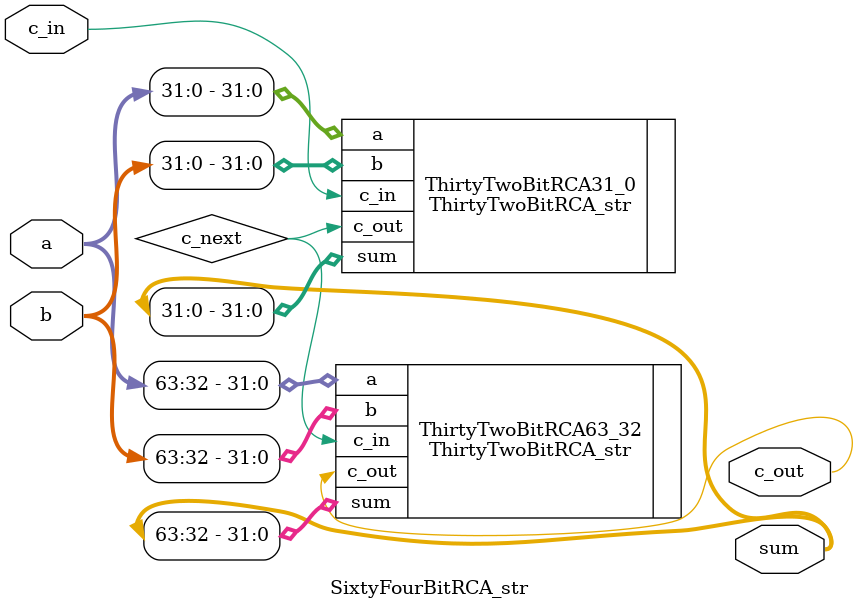
<source format=v>
`timescale 1ns / 1ps


module SixtyFourBitRCA_str(
    output c_out,
    output [63:0] sum,
    input [63:0] a,
    input [63:0] b,
    input c_in
    );
        
    wire c_next;            // the carry out of the 32-bit adder that sums bits 31-0 of a and b
    
    ThirtyTwoBitRCA_str      ThirtyTwoBitRCA31_0        (.c_out(c_next), .sum(sum[31:0]), .a(a[31:0]), .b(b[31:0]), .c_in(c_in));       // compute sum of bits 31-0 of a and b with c_in using a 32-bit RCA
    ThirtyTwoBitRCA_str      ThirtyTwoBitRCA63_32       (.c_out(c_out), .sum(sum[63:32]), .a(a[63:32]), .b(b[63:32]), .c_in(c_next));   // compute sum of bits 63_32 of and ab with c_next using a 32-bit RCA
    
endmodule

</source>
